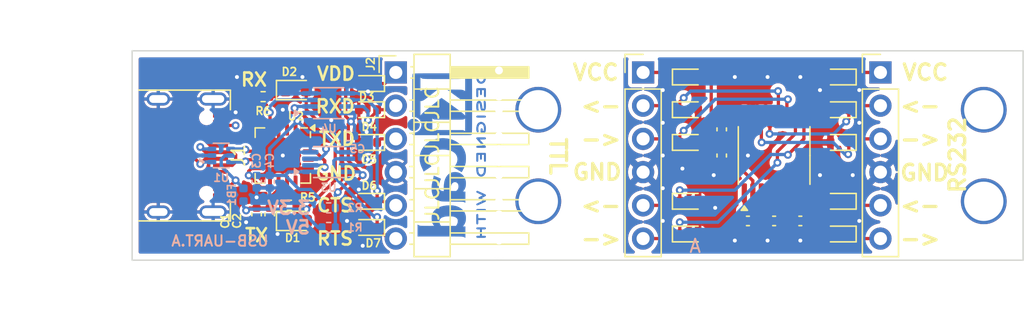
<source format=kicad_pcb>
(kicad_pcb (version 20241229) (generator "pcbnew") (generator_version "9.0")
  (layers (0 "F.Cu" signal) (4 "In1.Cu" signal) (6 "In2.Cu" signal) (2 "B.Cu" signal) (13 "F.Paste" user) (15 "B.Paste" user) (5 "F.SilkS" user "F.Silkscreen") (7 "B.SilkS" user "B.Silkscreen") (1 "F.Mask" user) (3 "B.Mask" user) (25 "Edge.Cuts" user))
  (net 0 "")
  (net 1 "VCC")
  (net 2 "GND")
  (net 3 "+3V3")
  (net 4 "VPP")
  (net 5 "Net-(U5-C1-)")
  (net 6 "Net-(D1-K)")
  (net 7 "Net-(D2-K)")
  (net 8 "VBUS")
  (net 9 "/TXD")
  (net 10 "/RXD")
  (net 11 "/RTS")
  (net 12 "/CTS")
  (net 13 "/TXD_FT")
  (net 14 "/RXD_FT")
  (net 15 "/RTS_FT")
  (net 16 "/CTS_FT")
  (net 17 "/LED_TX")
  (net 18 "/LED_RX")
  (net 19 "/USB_DM")
  (net 20 "/USB_DP")
  (net 21 "/DE")
  (net 22 "/SLEEP")
  (net 23 "Net-(U5-C1+)")
  (net 24 "Net-(U5-C2+)")
  (net 25 "Net-(U5-C2-)")
  (net 26 "Net-(U5-VS-)")
  (net 27 "Net-(U5-VS+)")
  (net 28 "/RTS_232")
  (net 29 "/RXD_232")
  (net 30 "/CTS_232")
  (net 31 "/TXD_232")
  (net 32 "Net-(J1-D+-PadA6)")
  (net 35 "Net-(J1-D--PadA7)")
  (footprint "Capacitor_SMD:C_0402_1005Metric" (layer "F.Cu") (at 177.5 100)
    (property "Reference" "C7" (hide yes))
    (property "Value" "C")
  )
  (footprint "all_gk_fp_Ki8:mouse_bites 4x0.6mm" (layer "F.Cu") (at 156.5 94.5 90)
    (property "Reference" "REF**" (hide yes))
    (property "Value" "mouse_bites 0.6mm" (hide yes))
  )
  (footprint "all_gk_fp_Ki8:USB_C_Receptacle_Wuerth_629722000214" (layer "F.Cu") (at 131 95 -90)
    (property "Reference" "J1")
    (property "Value" "USB_C_Receptacle_USB2.0_16P")
  )
  (footprint "all_gk_fp_Ki8:mouse_bites 4x0.6mm" (layer "F.Cu") (at 156.5 98.5 90)
    (property "Reference" "REF**" (hide yes))
    (property "Value" "mouse_bites 0.6mm" (hide yes))
  )
  (footprint "Connector_PinHeader_2.54mm:PinHeader_1x06_P2.54mm_Vertical" (layer "F.Cu") (at 167.5 88.65)
    (property "Reference" "J4" (hide yes))
    (property "Value" "Conn_01x06")
  )
  (footprint "LED_SMD:LED_0603_1608Metric" (layer "F.Cu") (at 141 100)
    (property "Reference" "D1")
    (property "Value" "LED")
  )
  (footprint "Capacitor_SMD:C_0402_1005Metric" (layer "F.Cu") (at 173.5 93 -90)
    (property "Reference" "C10" (hide yes))
    (property "Value" "C")
  )
  (footprint "Diode_SMD:D_SOD-523" (layer "F.Cu") (at 182.5 91.5 180)
    (property "Reference" "D9" (hide yes))
    (property "Value" "D_Zener")
  )
  (footprint "Diode_SMD:D_SOD-523" (layer "F.Cu") (at 171 94)
    (property "Reference" "D15" (hide yes))
    (property "Value" "D_Zener")
  )
  (footprint "Capacitor_SMD:C_0402_1005Metric" (layer "F.Cu") (at 175.5 100)
    (property "Reference" "C6" (hide yes))
    (property "Value" "C")
  )
  (footprint "Diode_SMD:D_SOD-523" (layer "F.Cu") (at 146.5 100.5 180)
    (property "Reference" "D7")
    (property "Value" "D_Zener")
  )
  (footprint "LED_SMD:LED_0603_1608Metric" (layer "F.Cu") (at 141 90)
    (property "Reference" "D2")
    (property "Value" "LED")
  )
  (footprint "Resistor_SMD:R_0402_1005Metric" (layer "F.Cu") (at 140.5 98.8)
    (property "Reference" "R5")
    (property "Value" "4k7")
  )
  (footprint "Capacitor_SMD:C_0402_1005Metric" (layer "F.Cu") (at 138 99.5 -90)
    (property "Reference" "C1")
    (property "Value" "4u7")
  )
  (footprint "Resistor_SMD:R_0402_1005Metric" (layer "F.Cu") (at 138.5 90.5 180)
    (property "Reference" "R6")
    (property "Value" "4k7")
  )
  (footprint "Diode_SMD:D_SOD-523" (layer "F.Cu") (at 182.5 89 180)
    (property "Reference" "D8" (hide yes))
    (property "Value" "D_Zener")
  )
  (footprint "Package_SO:TSSOP-16_4.4x5mm_P0.65mm" (layer "F.Cu") (at 177.5 95 90)
    (property "Reference" "U5" (hide yes))
    (property "Value" "MAX232")
  )
  (footprint "Diode_SMD:D_SOD-523" (layer "F.Cu") (at 182.5 101 180)
    (property "Reference" "D12" (hide yes))
    (property "Value" "D_Zener")
  )
  (footprint "Diode_SMD:D_SOD-523" (layer "F.Cu") (at 171 98.5)
    (property "Reference" "D16" (hide yes))
    (property "Value" "D_Zener")
  )
  (footprint "Diode_SMD:D_SOD-523" (layer "F.Cu") (at 146.5 98.5 180)
    (property "Reference" "D6")
    (property "Value" "D_Zener")
  )
  (footprint "Diode_SMD:D_SOD-523" (layer "F.Cu") (at 182.5 98.5 180)
    (property "Reference" "D11" (hide yes))
    (property "Value" "D_Zener")
  )
  (footprint "Diode_SMD:D_SOD-523" (layer "F.Cu") (at 146.5 94 180)
    (property "Reference" "D5")
    (property "Value" "D_Zener")
  )
  (footprint "Diode_SMD:D_SOD-523" (layer "F.Cu") (at 182.5 94 180)
    (property "Reference" "D10" (hide yes))
    (property "Value" "D_Zener")
  )
  (footprint "all_gk_fp_Ki8:mouse_bites 4x0.6mm" (layer "F.Cu") (at 156.5 102.5 90)
    (property "Reference" "REF**" (hide yes))
    (property "Value" "mouse_bites 0.6mm" (hide yes))
  )
  (footprint "Connector_PinHeader_2.54mm:PinHeader_1x06_P2.54mm_Vertical" (layer "F.Cu") (at 185.615 88.65)
    (property "Reference" "J3" (hide yes))
    (property "Value" "Conn_01x06")
  )
  (footprint "Capacitor_SMD:C_0402_1005Metric" (layer "F.Cu") (at 179.5 100)
    (property "Reference" "C8" (hide yes))
    (property "Value" "C")
  )
  (footprint "Capacitor_SMD:C_0402_1005Metric" (layer "F.Cu") (at 173.5 95 -90)
    (property "Reference" "C9" (hide yes))
    (property "Value" "C")
  )
  (footprint "Diode_SMD:D_SOD-523" (layer "F.Cu") (at 171 89)
    (property "Reference" "D13" (hide yes))
    (property "Value" "D_Zener")
  )
  (footprint "all_gk_fp_Ki8:mouse_bites 4x0.6mm" (layer "F.Cu") (at 156.5 90.5 90)
    (property "Reference" "REF**" (hide yes))
    (property "Value" "mouse_bites 0.6mm" (hide yes))
  )
  (footprint "Capacitor_SMD:C_0402_1005Metric" (layer "F.Cu") (at 139 99.5 -90)
    (property "Reference" "C2")
    (property "Value" "C")
  )
  (footprint "Diode_SMD:D_SOD-523" (layer "F.Cu") (at 146.5 89.5 180)
    (property "Reference" "D3")
    (property "Value" "D_Zener")
  )
  (footprint "Diode_SMD:D_SOD-523" (layer "F.Cu") (at 146.5 91.5 180)
    (property "Reference" "D4")
    (property "Value" "D_Zener")
  )
  (footprint "Package_DFN_QFN:QFN-16-1EP_4x4mm_P0.65mm_EP2.1x2.1mm" (layer "F.Cu") (at 140 95 -90)
    (property "Reference" "U2")
    (property "Value" "FT230XQ")
  )
  (footprint "Diode_SMD:D_SOD-523" (layer "F.Cu") (at 171 101)
    (property "Reference" "D17" (hide yes))
    (property "Value" "D_Zener")
  )
  (footprint "Connector_PinHeader_2.54mm:PinHeader_1x06_P2.54mm_Horizontal" (layer "F.Cu") (at 148.625 88.65)
    (property "Reference" "J2")
    (property "Value" "Conn_01x06")
  )
  (footprint "Diode_SMD:D_SOD-523" (layer "F.Cu") (at 171 91.5)
    (property "Reference" "D14" (hide yes))
    (property "Value" "D_Zener")
  )
  (footprint "Package_SO:VSSOP-8_2.3x2mm_P0.5mm" (layer "B.Cu") (at 143.5 91)
    (property "Reference" "U4")
    (property "Value" "SN74LVC2T45DCUR")
  )
  (footprint "Resistor_SMD:R_0402_1005Metric" (layer "B.Cu") (at 143.5 100.5 180)
    (property "Reference" "R1")
    (property "Value" "0R")
  )
  (footprint "Package_TO_SOT_SMD:SOT-563" (layer "B.Cu") (at 135.3 95)
    (property "Reference" "U1")
    (property "Value" "WE-TVS-82400152")
  )
  (footprint "Package_SO:VSSOP-8_2.3x2mm_P0.5mm" (layer "B.Cu") (at 143.5 95.5)
    (property "Reference" "U3")
    (property "Value" "SN74LVC2T45DCUR")
  )
  (footprint "Symbol:KiCad-Logo2_5mm_Copper" (layer "B.Cu") (at 152.5 95 -90)
    (property "Reference" "REF**" (hide yes))
    (property "Value" "KiCad-Logo2_5mm_Copper" (hide yes))
  )
  (footprint "Inductor_SMD:L_0402_1005Metric" (layer "B.Cu") (at 137 98 -90)
    (property "Reference" "FB1")
    (property "Value" "FerriteBead")
  )
  (footprint "Capacitor_SMD:C_0402_1005Metric" (layer "B.Cu") (at 145 93.5 180)
    (property "Reference" "C5")
    (property "Value" "C")
  )
  (footprint "Capacitor_SMD:C_0402_1005Metric" (layer "B.Cu") (at 139 97 -90)
    (property "Reference" "C4")
    (property "Value" "100n")
  )
  (footprint "Resistor_SMD:R_0402_1005Metric" (layer "B.Cu") (at 143.5 99 180)
    (property "Reference" "R2")
    (property "Value" "0R")
  )
  (footprint "Capacitor_SMD:C_0402_1005Metric" (layer "B.Cu") (at 138 97 -90)
    (property "Reference" "C3")
    (property "Value" "1u")
  )
  (gr_line (start 128.5 87) (end 196.5 87) (stroke (width 0.1)) (layer "Edge.Cuts"))
  (gr_line (start 196.5 87) (end 196.5 103) (stroke (width 0.1)) (layer "Edge.Cuts"))
  (gr_line (start 196.5 103) (end 128.5 103) (stroke (width 0.1)) (layer "Edge.Cuts"))
  (gr_line (start 128.5 87) (end 128.5 103) (stroke (width 0.1)) (layer "Edge.Cuts"))
  (gr_text "->" (at 187 101.35 0) (layer "F.SilkS") (effects (font (size 1.2 1.2) (thickness 0.25)) (justify left)))
  (gr_text "GND" (at 186.995 96.325 0) (layer "F.SilkS") (effects (font (size 1.2 1.2) (thickness 0.25)) (justify left)))
  (gr_text "<-" (at 162.635 98.81 0) (layer "F.SilkS") (effects (font (size 1.2 1.2) (thickness 0.25)) (justify left)))
  (gr_text "RTS" (at 142.5 101.35 0) (layer "F.SilkS") (effects (font (size 1 1) (thickness 0.2)) (justify left)))
  (gr_text "<-" (at 187 98.81 0) (layer "F.SilkS") (effects (font (size 1.2 1.2) (thickness 0.25)) (justify left)))
  (gr_text "GND" (at 142.396 96.385 0) (layer "F.SilkS") (effects (font (size 1 1) (thickness 0.2)) (justify left)))
  (gr_text "->" (at 162.635 101.35 0) (layer "F.SilkS") (effects (font (size 1.2 1.2) (thickness 0.25)) (justify left)))
  (gr_text "<-" (at 187 91.19 0) (layer "F.SilkS") (effects (font (size 1.2 1.2) (thickness 0.25)) (justify left)))
  (gr_text "RS232" (at 191.5 98 90) (layer "F.SilkS") (effects (font (size 1.2 1.2) (thickness 0.25)) (justify left)))
  (gr_text "RXD" (at 142.396 91.25 0) (layer "F.SilkS") (effects (font (size 1 1) (thickness 0.2)) (justify left)))
  (gr_text "->" (at 162.635 93.73 0) (layer "F.SilkS") (effects (font (size 1.2 1.2) (thickness 0.25)) (justify left)))
  (gr_text "VCC" (at 162 88.65 0) (layer "F.SilkS") (effects (font (size 1.2 1.2) (thickness 0.25)) (justify left)))
  (gr_text "->" (at 187 93.73 0) (layer "F.SilkS") (effects (font (size 1.2 1.2) (thickness 0.25)) (justify left)))
  (gr_text "VDD" (at 142.5 88.75 0) (layer "F.SilkS") (effects (font (size 1 1) (thickness 0.2)) (justify left)))
  (gr_text "<-" (at 162.635 91.19 0) (layer "F.SilkS") (effects (font (size 1.2 1.2) (thickness 0.25)) (justify left)))
  (gr_text "TTL" (at 161 93.5 270) (layer "F.SilkS") (effects (font (size 1.2 1.2) (thickness 0.25)) (justify left)))
  (gr_text "VCC" (at 187.16 88.65 0) (layer "F.SilkS") (effects (font (size 1.2 1.2) (thickness 0.25)) (justify left)))
  (gr_text "CTS" (at 142.5 98.81 0) (layer "F.SilkS") (effects (font (size 1 1) (thickness 0.2)) (justify left)))
  (gr_text "GND" (at 162 96.27 0) (layer "F.SilkS") (effects (font (size 1.2 1.2) (thickness 0.25)) (justify left)))
  (gr_text "JLCJLCJLCJLC" (at 152 100.08 90) (layer "F.SilkS") (effects (font (size 1 1)) (justify left bottom)))
  (gr_text "TXD" (at 142.65 93.73 0) (layer "F.SilkS") (effects (font (size 1 1) (thickness 0.2)) (justify left)))
  (gr_text "3.3V" (at 142.2 99 -0) (layer "B.SilkS") (effects (font (size 1 1) (thickness 0.2)) (justify left mirror)))
  (gr_text "A" (at 172 102.5 0) (layer "B.SilkS") (effects (font (size 1 1)) (justify left bottom mirror)))
  (gr_text "USB-UART.A" (at 139 102 0) (layer "B.SilkS") (effects (font (size 0.8 0.8)) (justify left bottom mirror)))
  (gr_text "5V" (at 142.2 100.5 -0) (layer "B.SilkS") (effects (font (size 1 1) (thickness 0.2)) (justify left mirror)))
  (segment (start 139.675 96.95) (end 139.675 97.575) (width 0.25) (layer "F.Cu") (net 1))
  (segment (start 139.675 97.575) (end 139 98.25) (width 0.25) (layer "F.Cu") (net 1))
  (segment (start 141.8 99.1) (end 144 96.9) (width 0.25) (layer "F.Cu") (net 1))
  (segment (start 137.48 99.02) (end 138 99.02) (width 0.25) (layer "F.Cu") (net 1))
  (segment (start 139 99.02) (end 138 99.02) (width 0.25) (layer "F.Cu") (net 1))
  (segment (start 137.3 99.2) (end 137.48 99.02) (width 0.25) (layer "F.Cu") (net 1))
  (segment (start 141.7875 91.4875) (end 141.7875 90) (width 0.25) (layer "F.Cu") (net 1))
  (segment (start 139 98.25) (end 139 99.02) (width 0.25) (layer "F.Cu") (net 1))
  (segment (start 141.8 99.1) (end 141.8 99.9875) (width 0.25) (layer "F.Cu") (net 1))
  (segment (start 144 96.9) (end 144 93.7) (width 0.25) (layer "F.Cu") (net 1))
  (segment (start 144 93.7) (end 141.7875 91.4875) (width 0.25) (layer "F.Cu") (net 1))
  (segment (start 141.8 99.9875) (end 141.7875 100) (width 0.25) (layer "F.Cu") (net 1))
  (via (at 137.2 99.2) (size 0.6) (drill 0.3) (layers "F.Cu" "B.Cu") (net 1))
  (via (at 141.8 99.1) (size 0.6) (drill 0.3) (layers "F.Cu" "B.Cu") (net 1))
  (segment (start 142.99 100.5) (end 142.7 100.5) (width 0.25) (layer "B.Cu") (net 1))
  (segment (start 137 98.485) (end 137 98.9) (width 0.25) (layer "B.Cu") (net 1))
  (segment (start 141.8 99.6) (end 141.8 99.1) (width 0.25) (layer "B.Cu") (net 1))
  (segment (start 142.7 100.5) (end 141.8 99.6) (width 0.25) (layer "B.Cu") (net 1))
  (segment (start 137 98.9) (end 137.3 99.2) (width 0.25) (layer "B.Cu") (net 1))
  (segment (start 137.2 99.1) (end 141.8 99.1) (width 0.25) (layer "B.Cu") (net 1))
  (segment (start 175.875 91.025) (end 175.875 92.1375) (width 0.25) (layer "F.Cu") (net 2))
  (segment (start 140.975 95.975) (end 140 95) (width 0.25) (layer "F.Cu") (net 2))
  (segment (start 175.7 90.85) (end 175.875 91.025) (width 0.25) (layer "F.Cu") (net 2))
  (segment (start 174.2 90.85) (end 175.7 90.85) (width 0.25) (layer "F.Cu") (net 2))
  (segment (start 139.675 93.05) (end 139.675 94.675) (width 0.25) (layer "F.Cu") (net 2))
  (segment (start 173.5 92.52) (end 173.5 91.55) (width 0.25) (layer "F.Cu") (net 2))
  (segment (start 139.675 94.675) (end 140 95) (width 0.25) (layer "F.Cu") (net 2))
  (segment (start 173.5 91.55) (end 174.2 90.85) (width 0.25) (layer "F.Cu") (net 2))
  (segment (start 141.95 95.975) (end 140.975 95.975) (width 0.25) (layer "F.Cu") (net 2))
  (segment (start 137.4 99.98) (end 139 99.98) (width 0.25) (layer "F.Cu") (net 2))
  (via (at 181 96.5) (size 0.6) (drill 0.3) (layers "F.Cu" "B.Cu") (net 2))
  (via (at 184 100) (size 0.6) (drill 0.3) (layers "F.Cu" "B.Cu") (net 2))
  (via (at 140 95) (size 0.6) (drill 0.3) (layers "F.Cu" "B.Cu") (net 2))
  (via (at 146.1 101.9) (size 0.6) (drill 0.3) (layers "F.Cu" "B.Cu") (net 2))
  (via (at 183.5 96.5) (size 0.6) (drill 0.3) (layers "F.Cu" "B.Cu") (net 2))
  (via (at 136.5 89) (size 0.6) (drill 0.3) (layers "F.Cu" "B.Cu") (net 2))
  (via (at 159.5 91.5) (size 3.5) (drill 3) (layers "F.Cu" "B.Cu") (net 2))
  (via (at 169 90) (size 0.6) (drill 0.3) (layers "F.Cu" "B.Cu") (net 2))
  (via (at 193.5 91.5) (size 3.5) (drill 3) (layers "F.Cu" "B.Cu") (net 2))
  (via (at 184 92.5) (size 0.6) (drill 0.3) (layers "F.Cu" "B.Cu") (net 2))
  (via (at 144.9 100) (size 0.6) (drill 0.3) (layers "F.Cu" "B.Cu") (net 2))
  (via (at 181 90) (size 0.6) (drill 0.3) (layers "F.Cu" "B.Cu") (net 2))
  (via (at 139.6 101) (size 0.6) (drill 0.3) (layers "F.Cu" "B.Cu") (net 2))
  (via (at 136.4 91.7) (size 0.6) (drill 0.3) (layers "F.Cu" "B.Cu") (net 2))
  (via (at 175.5 95) (size 0.6) (drill 0.3) (layers "F.Cu" "B.Cu") (net 2))
  (via (at 179.5 101.5) (size 0.6) (drill 0.3) (layers "F.Cu" "B.Cu") (net 2))
  (via (at 169 92.5) (size 0.6) (drill 0.3) (layers "F.Cu" "B.Cu") (net 2))
  (via (at 172.889914 96.5) (size 0.6) (drill 0.3) (layers "F.Cu" "B.Cu") (net 2))
  (via (at 177 89) (size 0.6) (drill 0.3) (layers "F.Cu" "B.Cu") (net 2))
  (via (at 170.5 96) (size 0.6) (drill 0.3) (layers "F.Cu" "B.Cu") (net 2))
  (via (at 138 98.2) (size 0.6) (drill 0.3) (layers "F.Cu" "B.Cu") (net 2))
  (via (at 141.5 89) (size 0.6) (drill 0.3) (layers "F.Cu" "B.Cu") (net 2))
  (via (at 184 90) (size 0.6) (drill 0.3) (layers "F.Cu" "B.Cu") (net 2))
  (via (at 169 97.5) (size 0.6) (drill 0.3) (layers "F.Cu" "B.Cu") (net 2))
  (via (at 140 91.5) (size 0.6) (drill 0.3) (layers "F.Cu" "B.Cu") (net 2))
  (via (at 179.5 89) (size 0.6) (drill 0.3) (layers "F.Cu" "B.Cu") (net 2))
  (via (at 143.7 92.3) (size 0.6) (drill 0.3) (layers "F.Cu" "B.Cu") (net 2))
  (via (at 173 99) (size 0.6) (drill 0.3) (layers "F.Cu" "B.Cu") (net 2))
  (via (at 193.5 98.5) (size 3.5) (drill 3) (layers "F.Cu" "B.Cu") (net 2))
  (via (at 146.4 93.2) (size 0.6) (drill 0.3) (layers "F.Cu" "B.Cu") (net 2))
  (via (at 174.5 101.5) (size 0.6) (drill 0.3) (layers "F.Cu" "B.Cu") (net 2))
  (via (at 145.8 97.6) (size 0.6) (drill 0.3) (layers "F.Cu" "B.Cu") (net 2))
  (via (at 177 101.5) (size 0.6) (drill 0.3) (layers "F.Cu" "B.Cu") (net 2))
  (via (at 137.2 100.1) (size 0.6) (drill 0.3) (layers "F.Cu" "B.Cu") (net 2))
  (via (at 169 100) (size 0.6) (drill 0.3) (layers "F.Cu" "B.Cu") (net 2))
  (via (at 174.5 89) (size 0.6) (drill 0.3) (layers "F.Cu" "B.Cu") (net 2))
  (via (at 159.5 98.5) (size 3.5) (drill 3) (layers "F.Cu" "B.Cu") (net 2))
  (via (at 146.5 90.1) (size 0.6) (drill 0.3) (layers "F.Cu" "B.Cu") (net 2))
  (via (at 169 95) (size 0.6) (drill 0.3) (layers "F.Cu" "B.Cu") (net 2))
  (segment (start 138.0555 97.48) (end 138.1 97.5245) (width 0.25) (layer "B.Cu") (net 2))
  (segment (start 139 97.48) (end 138.1445 97.48) (width 0.25) (layer "B.Cu") (net 2))
  (segment (start 138.98 97.5) (end 139 97.48) (width 0.25) (layer "B.Cu") (net 2))
  (segment (start 134.5875 95) (end 133.5 95) (width 0.25) (layer "B.Cu") (net 2))
  (segment (start 138.1445 97.48) (end 138.1 97.5245) (width 0.25) (layer "B.Cu") (net 2))
  (segment (start 138.33 97.45) (end 138.8 97.45) (width 0.25) (layer "F.Cu") (net 3))
  (segment (start 137.4 96.52) (end 137.4 96.2) (width 0.25) (layer "F.Cu") (net 3))
  (segment (start 140.975 92.495) (end 141.11 92.36) (width 0.25) (layer "F.Cu") (net 3))
  (segment (start 138.05 95.975) (end 137.625 95.975) (width 0.25) (layer "F.Cu") (net 3))
  (segment (start 139.025 97.225) (end 139.025 96.95) (width 0.25) (layer "F.Cu") (net 3))
  (segment (start 138.8 97.45) (end 139.025 97.225) (width 0.25) (layer "F.Cu") (net 3))
  (segment (start 140.975 93.05) (end 140.975 92.495) (width 0.25) (layer "F.Cu") (net 3))
  (segment (start 137.625 95.975) (end 137.4 96.2) (width 0.25) (layer "F.Cu") (net 3))
  (segment (start 137.4 96.52) (end 138.33 97.45) (width 0.25) (layer "F.Cu") (net 3))
  (via (at 137.4 96.52) (size 0.6) (drill 0.3) (layers "F.Cu" "B.Cu") (net 3))
  (via (at 141.11 92.36) (size 0.6) (drill 0.3) (layers "F.Cu" "B.Cu") (net 3))
  (segment (start 139 94.47) (end 141.11 92.36) (width 0.25) (layer "B.Cu") (net 3))
  (segment (start 142.1 91.75) (end 141.55 91.75) (width 0.25) (layer "B.Cu") (net 3))
  (segment (start 137.4 96.52) (end 137.9 96.52) (width 0.25) (layer "B.Cu") (net 3))
  (segment (start 139 96.52) (end 139 94.47) (width 0.25) (layer "B.Cu") (net 3))
  (segment (start 141.95 93.2) (end 141.11 92.36) (width 0.25) (layer "B.Cu") (net 3))
  (segment (start 140.18 96.52) (end 140.45 96.25) (width 0.25) (layer "B.Cu") (net 3))
  (segment (start 144.9 94.75) (end 144.15 94.75) (width 0.25) (layer "B.Cu") (net 3))
  (segment (start 141.26 97.6) (end 140.18 96.52) (width 0.25) (layer "B.Cu") (net 3))
  (segment (start 144 94.2) (end 143 93.2) (width 0.25) (layer "B.Cu") (net 3))
  (segment (start 144.15 94.75) (end 144 94.6) (width 0.25) (layer "B.Cu") (net 3))
  (segment (start 141.55 91.75) (end 141.11 92.19) (width 0.25) (layer "B.Cu") (net 3))
  (segment (start 142.99 99) (end 142.99 98.49) (width 0.25) (layer "B.Cu") (net 3))
  (segment (start 137.99 96.43) (end 137.9 96.52) (width 0.25) (layer "B.Cu") (net 3))
  (segment (start 142.1 97.6) (end 141.26 97.6) (width 0.25) (layer "B.Cu") (net 3))
  (segment (start 144 94.6) (end 144 94.2) (width 0.25) (layer "B.Cu") (net 3))
  (segment (start 139 96.52) (end 140.18 96.52) (width 0.25) (layer "B.Cu") (net 3))
  (segment (start 139 96.52) (end 137.9 96.52) (width 0.25) (layer "B.Cu") (net 3))
  (segment (start 141.11 92.19) (end 141.11 92.36) (width 0.25) (layer "B.Cu") (net 3))
  (segment (start 143 93.2) (end 141.95 93.2) (width 0.25) (layer "B.Cu") (net 3))
  (segment (start 142.99 98.49) (end 142.1 97.6) (width 0.25) (layer "B.Cu") (net 3))
  (segment (start 140.45 96.25) (end 142.1 96.25) (width 0.25) (layer "B.Cu") (net 3))
  (segment (start 148.05 89.225) (end 147.775 89.5) (width 0.25) (layer "F.Cu") (net 4))
  (segment (start 145 95.4) (end 145 92.6) (width 0.25) (layer "F.Cu") (net 4))
  (segment (start 183.2 88.5) (end 183.2 89) (width 0.25) (layer "F.Cu") (net 4))
  (segment (start 172.7 88.1) (end 182.8 88.1) (width 0.25) (layer "F.Cu") (net 4))
  (segment (start 145.4 88.7) (end 144.8 89.3) (width 0.25) (layer "F.Cu") (net 4))
  (segment (start 169.95 88.65) (end 170.3 89) (width 0.25) (layer "F.Cu") (net 4))
  (segment (start 173.5 93.48) (end 173.18 93.48) (width 0.25) (layer "F.Cu") (net 4))
  (segment (start 147.775 89.5) (end 147.2 89.5) (width 0.25) (layer "F.Cu") (net 4))
  (segment (start 167.5 88.65) (end 169.95 88.65) (width 0.25) (layer "F.Cu") (net 4))
  (segment (start 173.18 93.48) (end 172.7 93) (width 0.25) (layer "F.Cu") (net 4))
  (segment (start 144.8 92) (end 145.2 92.4) (width 0.25) (layer "F.Cu") (net 4))
  (segment (start 185.615 88.65) (end 183.55 88.65) (width 0.25) (layer "F.Cu") (net 4))
  (segment (start 170.7 88.1) (end 172.7 88.1) (width 0.25) (layer "F.Cu") (net 4))
  (segment (start 145.1 96.9) (end 145.7 96.9) (width 0.25) (layer "F.Cu") (net 4))
  (segment (start 146.1 96.5) (end 145 95.4) (width 0.25) (layer "F.Cu") (net 4))
  (segment (start 173.5 94.52) (end 173.5 93.48) (width 0.25) (layer "F.Cu") (net 4))
  (segment (start 148.05 88.65) (end 148.05 89.225) (width 0.25) (layer "F.Cu") (net 4))
  (segment (start 144.8 89.3) (end 144.8 92) (width 0.25) (layer "F.Cu") (net 4))
  (segment (start 145.7 96.9) (end 146.1 96.5) (width 0.25) (layer "F.Cu") (net 4))
  (segment (start 173.5 93.48) (end 174.72 93.48) (width 0.25) (layer "F.Cu") (net 4))
  (segment (start 170.3 89) (end 170.3 88.5) (width 0.25) (layer "F.Cu") (net 4))
  (segment (start 172.7 93) (end 172.7 88.1) (width 0.25) (layer "F.Cu") (net 4))
  (segment (start 170.3 88.5) (end 170.7 88.1) (width 0.25) (layer "F.Cu") (net 4))
  (segment (start 175.225 92.975) (end 175.225 92.1375) (width 0.25) (layer "F.Cu") (net 4))
  (segment (start 174.72 93.48) (end 175.225 92.975) (width 0.25) (layer "F.Cu") (net 4))
  (segment (start 183.55 88.65) (end 183.2 89) (width 0.25) (layer "F.Cu") (net 4))
  (segment (start 145 92.6) (end 145.2 92.4) (width 0.25) (layer "F.Cu") (net 4))
  (segment (start 182.8 88.1) (end 183.2 88.5) (width 0.25) (layer "F.Cu") (net 4))
  (segment (start 146.4 88.7) (end 145.4 88.7) (width 0.25) (layer "F.Cu") (net 4))
  (segment (start 147.2 89.5) (end 146.4 88.7) (width 0.25) (layer "F.Cu") (net 4))
  (segment (start 144.2 97.8) (end 145.1 96.9) (width 0.25) (layer "F.Cu") (net 4))
  (via (at 145.2 92.4) (size 0.6) (drill 0.3) (layers "F.Cu" "B.Cu") (net 4))
  (via (at 144.2 97.8) (size 0.6) (drill 0.3) (layers "F.Cu" "B.Cu") (net 4))
  (via (at 146.1 96.5) (size 0.6) (drill 0.3) (layers "F.Cu" "B.Cu") (net 4))
  (segment (start 145.2 92.4) (end 145.48 92.68) (width 0.25) (layer "B.Cu") (net 4))
  (segment (start 144.01 99) (end 144.01 97.99) (width 0.25) (layer "B.Cu") (net 4))
  (segment (start 145.48 92.68) (end 145.48 93.5) (width 0.25) (layer "B.Cu") (net 4))
  (segment (start 144.01 100.5) (end 144.01 99) (width 0.25) (layer "B.Cu") (net 4))
  (segment (start 144.01 97.99) (end 144.2 97.8) (width 0.25) (layer "B.Cu") (net 4))
  (segment (start 144.9 96.25) (end 145.85 96.25) (width 0.25) (layer "B.Cu") (net 4))
  (segment (start 145.5 91.9) (end 145.5 92.1) (width 0.25) (layer "B.Cu") (net 4))
  (segment (start 145.35 91.75) (end 144.9 91.75) (width 0.25) (layer "B.Cu") (net 4))
  (segment (start 145.5 91.9) (end 145.35 91.75) (width 0.25) (layer "B.Cu") (net 4))
  (segment (start 145.5 92.1) (end 145.2 92.4) (width 0.25) (layer "B.Cu") (net 4))
  (segment (start 145.85 96.25) (end 146.1 96.5) (width 0.25) (layer "B.Cu") (net 4))
  (segment (start 175.98 99.47) (end 175.98 100) (width 0.25) (layer "F.Cu") (net 5))
  (segment (start 176.525 97.8625) (end 176.525 98.925) (width 0.25) (layer "F.Cu") (net 5))
  (segment (start 176.525 98.925) (end 175.98 99.47) (width 0.25) (layer "F.Cu") (net 5))
  (segment (start 140.2125 100) (end 139.99 99.7775) (width 0.25) (layer "F.Cu") (net 6))
  (segment (start 139.99 99.7775) (end 139.99 98.8) (width 0.25) (layer "F.Cu") (net 6))
  (segment (start 139.01 90.5) (end 139.47 90.5) (width 0.25) (layer "F.Cu") (net 7))
  (segment (start 139.97 90) (end 140.2125 90) (width 0.25) (layer "F.Cu") (net 7))
  (segment (start 139.47 90.5) (end 139.97 90) (width 0.25) (layer "F.Cu") (net 7))
  (segment (start 135.25 97.25) (end 136.05 97.25) (width 0.25) (layer "F.Cu") (net 8))
  (segment (start 135.3 92.7) (end 135.25 92.75) (width 0.25) (layer "F.Cu") (net 8))
  (segment (start 136.4 92.7) (end 135.3 92.7) (width 0.25) (layer "F.Cu") (net 8))
  (segment (start 136.05 97.25) (end 136.4 96.9) (width 0.25) (layer "F.Cu") (net 8))
  (via (at 136.4 92.7) (size 0.6) (drill 0.3) (layers "F.Cu" "B.Cu") (net 8))
  (via (at 136.4 96.9) (size 0.6) (drill 0.3) (layers "F.Cu" "B.Cu") (net 8))
  (segment (start 135.3 95.287798) (end 135.587798 95) (width 0.25) (layer "B.Cu") (net 8))
  (segment (start 135.3 95.63) (end 135.3 95.287798) (width 0.25) (layer "B.Cu") (net 8))
  (segment (start 137 97.515) (end 135.3 95.815) (width 0.25) (layer "B.Cu") (net 8))
  (segment (start 135.3 95.815) (end 135.3 95.63) (width 0.25) (layer "B.Cu") (net 8))
  (segment (start 135.587798 95) (end 136.0125 95) (width 0.25) (layer "B.Cu") (net 8))
  (segment (start 146.5 95.3) (end 147.2 94.6) (width 0.25) (layer "F.Cu") (net 9))
  (segment (start 167.5 93.73) (end 170.03 93.73) (width 0.25) (layer "F.Cu") (net 9))
  (segment (start 148.625 93.73) (end 147.47 93.73) (width 0.25) (layer "F.Cu") (net 9))
  (segment (start 147.2 94.6) (end 147.2 94) (width 0.25) (layer "F.Cu") (net 9))
  (segment (start 147.47 93.73) (end 147.2 94) (width 0.25) (layer "F.Cu") (net 9))
  (segment (start 178.475 90.875) (end 178.475 92.1375) (width 0.25) (layer "F.Cu") (net 9))
  (segment (start 170.3 93.4) (end 170.6 93.1) (width 0.25) (layer "F.Cu") (net 9))
  (segment (start 178.65 90.7) (end 178.475 90.875) (width 0.25) (layer "F.Cu") (net 9))
  (segment (start 170.3 94) (end 170.3 93.4) (width 0.25) (layer "F.Cu") (net 9))
  (segment (start 170.03 93.73) (end 170.3 94) (width 0.25) (layer "F.Cu") (net 9))
  (via (at 170.6 93.1) (size 0.6) (drill 0.3) (layers "F.Cu" "B.Cu") (net 9))
  (via (at 178.55 90.7) (size 0.6) (drill 0.3) (layers "F.Cu" "B.Cu") (net 9))
  (via (at 146.5 95.3) (size 0.6) (drill 0.3) (layers "F.Cu" "B.Cu") (net 9))
  (segment (start 173 90.7) (end 170.6 93.1) (width 0.25) (layer "B.Cu") (net 9))
  (segment (start 146.05 95.75) (end 144.9 95.75) (width 0.25) (layer "B.Cu") (net 9))
  (segment (start 146.5 95.3) (end 146.05 95.75) (width 0.25) (layer "B.Cu") (net 9))
  (segment (start 178.65 90.7) (end 173 90.7) (width 0.25) (layer "B.Cu") (net 9))
  (segment (start 169.99 91.19) (end 170.3 91.5) (width 0.25) (layer "F.Cu") (net 10))
  (segment (start 146.5 92.3) (end 147.2 91.6) (width 0.25) (layer "F.Cu") (net 10))
  (segment (start 148.315 91.5) (end 148.625 91.19) (width 0.25) (layer "F.Cu") (net 10))
  (segment (start 167.5 91.19) (end 169.99 91.19) (width 0.25) (layer "F.Cu") (net 10))
  (segment (start 177.825 92.1375) (end 177.825 90.1) (width 0.25) (layer "F.Cu") (net 10))
  (segment (start 170.3 90.9) (end 170.3 91.5) (width 0.25) (layer "F.Cu") (net 10))
  (segment (start 147.2 91.6) (end 147.2 91.5) (width 0.25) (layer "F.Cu") (net 10))
  (segment (start 170.6 90.6) (end 170.3 90.9) (width 0.25) (layer "F.Cu") (net 10))
  (segment (start 177.825 90.1) (end 177.8 90.075) (width 0.25) (layer "F.Cu") (net 10))
  (segment (start 147.2 91.5) (end 148.315 91.5) (width 0.25) (layer "F.Cu") (net 10))
  (via (at 177.8 90.075) (size 0.6) (drill 0.3) (layers "F.Cu" "B.Cu") (net 10))
  (via (at 146.5 92.3) (size 0.6) (drill 0.3) (layers "F.Cu" "B.Cu") (net 10))
  (via (at 170.6 90.6) (size 0.6) (drill 0.3) (layers "F.Cu" "B.Cu") (net 10))
  (segment (start 171.125 90.075) (end 170.6 90.6) (width 0.25) (layer "B.Cu") (net 10))
  (segment (start 177.8 90.075) (end 172 90.075) (width 0.25) (layer "B.Cu") (net 10))
  (segment (start 146.15 91.25) (end 144.9 91.25) (width 0.25) (layer "B.Cu") (net 10))
  (segment (start 146.5 91.6) (end 146.15 91.25) (width 0.25) (layer "B.Cu") (net 10))
  (segment (start 146.5 92.3) (end 146.5 91.6) (width 0.25) (layer "B.Cu") (net 10))
  (segment (start 172 90.075) (end 171.125 90.075) (width 0.25) (layer "B.Cu") (net 10))
  (segment (start 148.05 101.35) (end 147.2 100.5) (width 0.25) (layer "F.Cu") (net 11))
  (segment (start 169.95 101.35) (end 170.3 101) (width 0.25) (layer "F.Cu") (net 11))
  (segment (start 179.125 92.1375) (end 179.125 93.325) (width 0.25) (layer "F.Cu") (net 11))
  (segment (start 179.125 93.325) (end 177.75 94.7) (width 0.25) (layer "F.Cu") (net 11))
  (segment (start 167.5 101.35) (end 169.95 101.35) (width 0.25) (layer "F.Cu") (net 11))
  (segment (start 147.2 100.5) (end 147.2 99.7) (width 0.25) (layer "F.Cu") (net 11))
  (segment (start 177.75 94.7) (end 177.75 95.55) (width 0.25) (layer "F.Cu") (net 11))
  (segment (start 170.3 101) (end 170.3 100.1) (width 0.25) (layer "F.Cu") (net 11))
  (via (at 147.2 99.7) (size 0.6) (drill 0.3) (layers "F.Cu" "B.Cu") (net 11))
  (via (at 177.75 95.55) (size 0.6) (drill 0.3) (layers "F.Cu" "B.Cu") (net 11))
  (via (at 170.3 100.1) (size 0.6) (drill 0.3) (layers "F.Cu" "B.Cu") (net 11))
  (segment (start 171.6 100.1) (end 170.3 100.1) (width 0.25) (layer "B.Cu") (net 11))
  (segment (start 173.2 100.1) (end 171.6 100.1) (width 0.25) (layer "B.Cu") (net 11))
  (segment (start 147 99.7) (end 143.9 96.6) (width 0.25) (layer "B.Cu") (net 11))
  (segment (start 143.9 96.6) (end 143.9 95.4) (width 0.25) (layer "B.Cu") (net 11))
  (segment (start 144.05 95.25) (end 144.9 95.25) (width 0.25) (layer "B.Cu") (net 11))
  (segment (start 177.75 95.55) (end 173.2 100.1) (width 0.25) (layer "B.Cu") (net 11))
  (segment (start 171.925 100.1) (end 171.6 100.1) (width 0.25) (layer "B.Cu") (net 11))
  (segment (start 147.2 99.7) (end 147 99.7) (width 0.25) (layer "B.Cu") (net 11))
  (segment (start 143.9 95.4) (end 144.05 95.25) (width 0.25) (layer "B.Cu") (net 11))
  (segment (start 147.7 98.5) (end 147.2 98.5) (width 0.25) (layer "F.Cu") (net 12))
  (segment (start 179.775 93.725) (end 178.55 94.95) (width 0.25) (layer "F.Cu") (net 12))
  (segment (start 167.5 98.81) (end 169.99 98.81) (width 0.25) (layer "F.Cu") (net 12))
  (segment (start 179.775 92.1375) (end 179.775 93.725) (width 0.25) (layer "F.Cu") (net 12))
  (segment (start 147.2 98.5) (end 147.2 97.7) (width 0.25) (layer "F.Cu") (net 12))
  (segment (start 169.99 98.81) (end 170.3 98.5) (width 0.25) (layer "F.Cu") (net 12))
  (segment (start 148.625 98.81) (end 148.01 98.81) (width 0.25) (layer "F.Cu") (net 12))
  (segment (start 148.01 98.81) (end 147.7 98.5) (width 0.25) (layer "F.Cu") (net 12))
  (segment (start 170.3 98.5) (end 170.3 97.65) (width 0.25) (layer "F.Cu") (net 12))
  (via (at 147.2 97.7) (size 0.6) (drill 0.3) (layers "F.Cu" "B.Cu") (net 12))
  (via (at 170.3 97.65) (size 0.6) (drill 0.3) (layers "F.Cu" "B.Cu") (net 12))
  (via (at 178.55 94.95) (size 0.6) (drill 0.3) (layers "F.Cu" "B.Cu") (net 12))
  (segment (start 177.226 94.924) (end 174.5 97.65) (width 0.25) (layer "B.Cu") (net 12))
  (segment (start 178.524 94.924) (end 177.226 94.924) (width 0.25) (layer "B.Cu") (net 12))
  (segment (start 147.2 91.5) (end 147.2 97.7) (width 0.25) (layer "B.Cu") (net 12))
  (segment (start 144.9 90.75) (end 146.45 90.75) (width 0.25) (layer "B.Cu") (net 12))
  (segment (start 146.45 90.75) (end 147.2 91.5) (width 0.25) (layer "B.Cu") (net 12))
  (segment (start 178.55 94.95) (end 178.524 94.924) (width 0.25) (layer "B.Cu") (net 12))
  (segment (start 174.5 97.65) (end 170.3 97.65) (width 0.25) (layer "B.Cu") (net 12))
  (segment (start 178.55 94.95) (end 178.55 94.775) (width 0.25) (layer "B.Cu") (net 12))
  (segment (start 141.95 94.675) (end 142.475 94.675) (width 0.25) (layer "F.Cu") (net 13))
  (segment (start 143.2 95.4) (end 143.2 95.9) (width 0.25) (layer "F.Cu") (net 13))
  (segment (start 142.475 94.675) (end 143.2 95.4) (width 0.25) (layer "F.Cu") (net 13))
  (via (at 143.2 95.9) (size 0.6) (drill 0.3) (layers "F.Cu" "B.Cu") (net 13))
  (segment (start 143.05 95.75) (end 143.3 96) (width 0.25) (layer "B.Cu") (net 13))
  (segment (start 142.1 95.75) (end 143.05 95.75) (width 0.25) (layer "B.Cu") (net 13))
  (segment (start 140.675961 91.748059) (end 140.637239 91.748059) (width 0.25) (layer "F.Cu") (net 14))
  (segment (start 140.637239 91.748059) (end 140.325 92.060298) (width 0.25) (layer "F.Cu") (net 14))
  (segment (start 140.325 92.060298) (end 140.325 93.05) (width 0.25) (layer "F.Cu") (net 14))
  (segment (start 141.049021 91.374999) (end 140.675961 91.748059) (width 0.25) (layer "F.Cu") (net 14))
  (via (at 140.9 91.374999) (size 0.6) (drill 0.3) (layers "F.Cu" "B.Cu") (net 14))
  (segment (start 142.1 91.25) (end 141.024999 91.25) (width 0.25) (layer "B.Cu") (net 14))
  (segment (start 141.024999 91.25) (end 140.9 91.374999) (width 0.25) (layer "B.Cu") (net 14))
  (segment (start 141.95 94.025) (end 142.825 94.025) (width 0.25) (layer "F.Cu") (net 15))
  (segment (start 142.825 94.025) (end 143.3 94.5) (width 0.25) (layer "F.Cu") (net 15))
  (via (at 143.3 94.5) (size 0.6) (drill 0.3) (layers "F.Cu" "B.Cu") (net 15))
  (segment (start 143.3 94.8) (end 143.3 94.5) (width 0.25) (layer "B.Cu") (net 15))
  (segment (start 142.85 95.25) (end 143.3 94.8) (width 0.25) (layer "B.Cu") (net 15))
  (segment (start 142.1 95.25) (end 142.85 95.25) (width 0.25) (layer "B.Cu") (net 15))
  (segment (start 139.025 91.725) (end 139.025 93.05) (width 0.25) (layer "F.Cu") (net 16))
  (segment (start 139.01 91.71) (end 139.025 91.725) (width 0.25) (layer "F.Cu") (net 16))
  (via (at 139.01 91.71) (size 0.6) (drill 0.3) (layers "F.Cu" "B.Cu") (net 16))
  (segment (start 139.51 90.75) (end 139.23 91.03) (width 0.25) (layer "B.Cu") (net 16))
  (segment (start 142.1 90.75) (end 139.51 90.75) (width 0.25) (layer "B.Cu") (net 16))
  (segment (start 139.01 91.25) (end 139.23 91.03) (width 0.25) (layer "B.Cu") (net 16))
  (segment (start 139.23 91.03) (end 139.386 90.874) (width 0.25) (layer "B.Cu") (net 16))
  (segment (start 139.01 91.71) (end 139.01 91.25) (width 0.25) (layer "B.Cu") (net 16))
  (segment (start 141.01 98.36) (end 141.01 99) (width 0.25) (layer "F.Cu") (net 17))
  (segment (start 140.325 97.675) (end 141.01 98.36) (width 0.25) (layer "F.Cu") (net 17))
  (segment (start 140.325 96.95) (end 140.325 97.675) (width 0.25) (layer "F.Cu") (net 17))
  (segment (start 137.39 91.01) (end 137.9 90.5) (width 0.25) (layer "F.Cu") (net 18))
  (segment (start 138.05 94.025) (end 137.595 94.025) (width 0.25) (layer "F.Cu") (net 18))
  (segment (start 137.39 93.82) (end 137.39 91.01) (width 0.25) (layer "F.Cu") (net 18))
  (segment (start 137.595 94.025) (end 137.39 93.82) (width 0.25) (layer "F.Cu") (net 18))
  (segment (start 137.275 95.325) (end 137.15 95.45) (width 0.25) (layer "F.Cu") (net 19))
  (segment (start 138.05 95.325) (end 137.275 95.325) (width 0.25) (layer "F.Cu") (net 19))
  (via (at 137.15 95.45) (size 0.6) (drill 0.3) (layers "F.Cu" "B.Cu") (net 19))
  (segment (start 137.1 95.5) (end 136.05 95.5) (width 0.25) (layer "B.Cu") (net 19))
  (segment (start 137.15 95.45) (end 137.1 95.5) (width 0.25) (layer "B.Cu") (net 19))
  (segment (start 137.275 94.675) (end 137.15 94.55) (width 0.25) (layer "F.Cu") (net 20))
  (segment (start 138.05 94.675) (end 137.275 94.675) (width 0.25) (layer "F.Cu") (net 20))
  (via (at 137.15 94.55) (size 0.6) (drill 0.3) (layers "F.Cu" "B.Cu") (net 20))
  (segment (start 137.1 94.5) (end 136.05 94.5) (width 0.25) (layer "B.Cu") (net 20))
  (segment (start 137.15 94.55) (end 137.1 94.5) (width 0.25) (layer "B.Cu") (net 20))
  (segment (start 175.02 99.18) (end 175.02 100) (width 0.25) (layer "F.Cu") (net 23))
  (segment (start 175.225 97.8625) (end 175.225 98.975) (width 0.25) (layer "F.Cu") (net 23))
  (segment (start 175.225 98.975) (end 175.02 99.18) (width 0.25) (layer "F.Cu") (net 23))
  (segment (start 177.02 99.35) (end 177.02 100) (width 0.25) (layer "F.Cu") (net 24))
  (segment (start 177.175 97.8625) (end 177.175 99.195) (width 0.25) (layer "F.Cu") (net 24))
  (segment (start 177.175 99.195) (end 177.02 99.35) (width 0.25) (layer "F.Cu") (net 24))
  (segment (start 177.98 99.18) (end 177.98 100) (width 0.25) (layer "F.Cu") (net 25))
  (segment (start 177.825 99.025) (end 177.98 99.18) (width 0.25) (layer "F.Cu") (net 25))
  (segment (start 177.825 97.8625) (end 177.825 99.025) (width 0.25) (layer "F.Cu") (net 25))
  (segment (start 178.475 97.8625) (end 178.475 98.925) (width 0.25) (layer "F.Cu") (net 26))
  (segment (start 178.475 98.925) (end 179.02 99.47) (width 0.25) (layer "F.Cu") (net 26))
  (segment (start 179.02 99.47) (end 179.02 100) (width 0.25) (layer "F.Cu") (net 26))
  (segment (start 175.875 96.925) (end 174.43 95.48) (width 0.25) (layer "F.Cu") (net 27))
  (segment (start 174.43 95.48) (end 173.5 95.48) (width 0.25) (layer "F.Cu") (net 27))
  (segment (start 175.875 97.8625) (end 175.875 96.925) (width 0.25) (layer "F.Cu") (net 27))
  (segment (start 184.35 101.35) (end 184 101) (width 0.25) (layer "F.Cu") (net 28))
  (segment (start 182.6 99.9) (end 183.2 100.5) (width 0.25) (layer "F.Cu") (net 28))
  (segment (start 183.2 100.5) (end 183.2 101) (width 0.25) (layer "F.Cu") (net 28))
  (segment (start 179.6 99.2) (end 180.45 99.2) (width 0.25) (layer "F.Cu") (net 28))
  (segment (start 181.15 99.9) (end 182.6 99.9) (width 0.25) (layer "F.Cu") (net 28))
  (segment (start 179.125 98.725) (end 179.6 99.2) (width 0.25) (layer "F.Cu") (net 28))
  (segment (start 185.615 101.35) (end 184.35 101.35) (width 0.25) (layer "F.Cu") (net 28))
  (segment (start 179.125 97.8625) (end 179.125 98.725) (width 0.25) (layer "F.Cu") (net 28))
  (segment (start 180.45 99.2) (end 181.15 99.9) (width 0.25) (layer "F.Cu") (net 28))
  (segment (start 184 101) (end 183.2 101) (width 0.25) (layer "F.Cu") (net 28))
  (segment (start 177.175 92.1375) (end 177.175 93.325) (width 0.25) (layer "F.Cu") (net 29))
  (segment (start 183.2 92.2) (end 183 92.4) (width 0.25) (layer "F.Cu") (net 29))
  (segment (start 185.615 91.19) (end 183.51 91.19) (width 0.25) (layer "F.Cu") (net 29))
  (segment (start 183.2 91.5) (end 183.2 92.2) (width 0.25) (layer "F.Cu") (net 29))
  (segment (start 177.175 93.325) (end 177.15 93.35) (width 0.25) (layer "F.Cu") (net 29))
  (segment (start 183.51 91.19) (end 183.2 91.5) (width 0.25) (layer "F.Cu") (net 29))
  (via (at 183 92.4) (size 0.6) (drill 0.3) (layers "F.Cu" "B.Cu") (net 29))
  (via (at 177.15 93.35) (size 0.6) (drill 0.3) (layers "F.Cu" "B.Cu") (net 29))
  (segment (start 182.05 93.35) (end 183 92.4) (width 0.25) (layer "B.Cu") (net 29))
  (segment (start 177.15 93.35) (end 182.05 93.35) (width 0.25) (layer "B.Cu") (net 29))
  (segment (start 185.615 98.81) (end 184.41 98.81) (width 0.25) (layer "F.Cu") (net 30))
  (segment (start 182.699999 99.35) (end 181.4 99.35) (width 0.25) (layer "F.Cu") (net 30))
  (segment (start 179.775 98.375) (end 179.775 97.8625) (width 0.25) (layer "F.Cu") (net 30))
  (segment (start 181.4 99.35) (end 180.65 98.6) (width 0.25) (layer "F.Cu") (net 30))
  (segment (start 183.2 98.5) (end 183.2 98.849999) (width 0.25) (layer "F.Cu") (net 30))
  (segment (start 180 98.6) (end 179.775 98.375) (width 0.25) (layer "F.Cu") (net 30))
  (segment (start 184.1 98.5) (end 183.2 98.5) (width 0.25) (layer "F.Cu") (net 30))
  (segment (start 184.41 98.81) (end 184.1 98.5) (width 0.25) (layer "F.Cu") (net 30))
  (segment (start 183.2 98.849999) (end 182.699999 99.35) (width 0.25) (layer "F.Cu") (net 30))
  (segment (start 180.65 98.6) (end 180 98.6) (width 0.25) (layer "F.Cu") (net 30))
  (segment (start 183.2 94) (end 183.2 94.85) (width 0.25) (layer "F.Cu") (net 31))
  (segment (start 183.47 93.73) (end 183.2 94) (width 0.25) (layer "F.Cu") (net 31))
  (segment (start 183.2 94.85) (end 183.15 94.9) (width 0.25) (layer "F.Cu") (net 31))
  (segment (start 176.525 93.975) (end 176.55 94) (width 0.25) (layer "F.Cu") (net 31))
  (segment (start 185.615 93.73) (end 183.47 93.73) (width 0.25) (layer "F.Cu") (net 31))
  (segment (start 176.525 92.1375) (end 176.525 93.975) (width 0.25) (layer "F.Cu") (net 31))
  (via (at 183.15 94.9) (size 0.6) (drill 0.3) (layers "F.Cu" "B.Cu") (net 31))
  (via (at 176.55 94) (size 0.6) (drill 0.3) (layers "F.Cu" "B.Cu") (net 31))
  (segment (start 176.55 94) (end 182 94) (width 0.25) (layer "B.Cu") (net 31))
  (segment (start 182 94) (end 182.45 94.45) (width 0.25) (layer "B.Cu") (net 31))
  (segment (start 182.9 94.9) (end 182.45 94.45) (width 0.25) (layer "B.Cu") (net 31))
  (segment (start 183.15 94.9) (end 182.9 94.9) (width 0.25) (layer "B.Cu") (net 31))
  (segment (start 134.1 94.75) (end 135.75 94.75) (width 0.25) (layer "F.Cu") (net 32))
  (segment (start 136.4 94.95) (end 136.2 94.75) (width 0.25) (layer "F.Cu") (net 32))
  (segment (start 136.4 95.49) (end 136.4 94.95) (width 0.25) (layer "F.Cu") (net 32))
  (segment (start 136.14 95.75) (end 136.4 95.49) (width 0.25) (layer "F.Cu") (net 32))
  (segment (start 133.7 94.35) (end 134.1 94.75) (width 0.25) (layer "F.Cu") (net 32))
  (segment (start 136.2 94.75) (end 135.25 94.75) (width 0.25) (layer "F.Cu") (net 32))
  (segment (start 133.7 94.3) (end 133.7 94.35) (width 0.25) (layer "F.Cu") (net 32))
  (segment (start 135.25 95.75) (end 136.14 95.75) (width 0.25) (layer "F.Cu") (net 32))
  (via (at 133.7 94.35) (size 0.6) (drill 0.3) (layers "F.Cu" "B.Cu") (net 32))
  (segment (start 133.7 94.4) (end 133.8 94.5) (width 0.25) (layer "B.Cu") (net 32))
  (segment (start 133.8 94.5) (end 134.75 94.5) (width 0.25) (layer "B.Cu") (net 32))
  (segment (start 133.4 93.7) (end 133 94.1) (width 0.25) (layer "F.Cu") (net 35))
  (segment (start 133 94.1) (end 133 94.95) (width 0.25) (layer "F.Cu") (net 35))
  (segment (start 133.7 95.65) (end 134.1 95.25) (width 0.25) (layer "F.Cu") (net 35))
  (segment (start 135.25 94.25) (end 134.485298 94.25) (width 0.25) (layer "F.Cu") (net 35))
  (segment (start 133.7 95.7) (end 133.7 95.65) (width 0.25) (layer "F.Cu") (net 35))
  (segment (start 134.485298 94.25) (end 133.935298 93.7) (width 0.25) (layer "F.Cu") (net 35))
  (segment (start 133 94.95) (end 133.7 95.65) (width 0.25) (layer "F.Cu") (net 35))
  (segment (start 133.935298 93.7) (end 133.4 93.7) (width 0.25) (layer "F.Cu") (net 35))
  (segment (start 134.1 95.25) (end 135.25 95.25) (width 0.25) (layer "F.Cu") (net 35))
  (via (at 133.7 95.65) (size 0.6) (drill 0.3) (layers "F.Cu" "B.Cu") (net 35))
  (segment (start 133.7 95.6) (end 133.8 95.5) (width 0.25) (layer "B.Cu") (net 35))
  (segment (start 133.8 95.5) (end 134.75 95.5) (width 0.25) (layer "B.Cu") (net 35))
  (zone (net 2) (net_name "GND") (layers "F.Cu" "B.Cu" "In1.Cu" "In2.Cu") (name "GNDS") (priority 1) (connect_pads (clearance 0.3)) (min_thickness 0.25) (fill yes (thermal_gap 0.3) (thermal_bridge_width 0.5))
    (polygon (pts (xy 166 102.5) (xy 187 102.5) (xy 187 87.5) (xy 166 87.5)))
  )
  (zone (net 2) (net_name "GND") (layers "F.Cu" "B.Cu" "In1.Cu" "In2.Cu") (name "GNDA") (connect_pads (clearance 0.2)) (min_thickness 0.25) (fill yes (thermal_gap 0.2) (thermal_bridge_width 0.25))
    (polygon (pts (xy 129 102.5) (xy 149.5 102.5) (xy 149.5 87.5) (xy 129 87.5)))
  )
)
</source>
